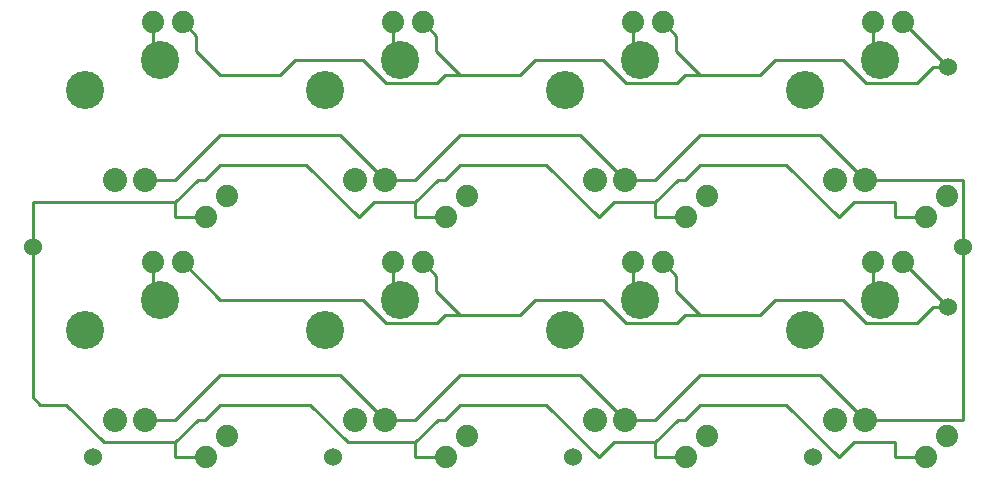
<source format=gbr>
G04 EAGLE Gerber RS-274X export*
G75*
%MOMM*%
%FSLAX34Y34*%
%LPD*%
%INTop Copper*%
%IPPOS*%
%AMOC8*
5,1,8,0,0,1.08239X$1,22.5*%
G01*
%ADD10C,2.032000*%
%ADD11C,3.225800*%
%ADD12C,1.879600*%
%ADD13C,0.254000*%
%ADD14C,1.524000*%


D10*
X82550Y44450D03*
X107950Y44450D03*
D11*
X57150Y120650D03*
X120650Y146050D03*
D12*
X159385Y12700D03*
X177346Y30661D03*
X114300Y177800D03*
X139700Y177800D03*
D10*
X285750Y44450D03*
X311150Y44450D03*
D11*
X260350Y120650D03*
X323850Y146050D03*
D12*
X362585Y12700D03*
X380546Y30661D03*
X317500Y177800D03*
X342900Y177800D03*
D10*
X488950Y44450D03*
X514350Y44450D03*
D11*
X463550Y120650D03*
X527050Y146050D03*
D12*
X565785Y12700D03*
X583746Y30661D03*
X520700Y177800D03*
X546100Y177800D03*
D10*
X692150Y44450D03*
X717550Y44450D03*
D11*
X666750Y120650D03*
X730250Y146050D03*
D12*
X768985Y12700D03*
X786946Y30661D03*
X723900Y177800D03*
X749300Y177800D03*
D10*
X82550Y247650D03*
X107950Y247650D03*
D11*
X57150Y323850D03*
X120650Y349250D03*
D12*
X159385Y215900D03*
X177346Y233861D03*
X114300Y381000D03*
X139700Y381000D03*
D10*
X285750Y247650D03*
X311150Y247650D03*
D11*
X260350Y323850D03*
X323850Y349250D03*
D12*
X362585Y215900D03*
X380546Y233861D03*
X317500Y381000D03*
X342900Y381000D03*
D10*
X488950Y247650D03*
X514350Y247650D03*
D11*
X463550Y323850D03*
X527050Y349250D03*
D12*
X565785Y215900D03*
X583746Y233861D03*
X520700Y381000D03*
X546100Y381000D03*
D10*
X692150Y247650D03*
X717550Y247650D03*
D11*
X666750Y323850D03*
X730250Y349250D03*
D12*
X768985Y215900D03*
X786946Y233861D03*
X723900Y381000D03*
X749300Y381000D03*
D13*
X133350Y44450D02*
X107950Y44450D01*
X133350Y44450D02*
X171450Y82550D01*
X273050Y82550D02*
X311150Y44450D01*
X336550Y44450D01*
X374650Y82550D01*
X273050Y82550D02*
X171450Y82550D01*
X476250Y82550D02*
X514350Y44450D01*
X539750Y44450D01*
X577850Y82550D01*
X679450Y82550D02*
X717550Y44450D01*
X717550Y247650D02*
X679450Y285750D01*
X514350Y247650D02*
X476250Y285750D01*
X514350Y247650D02*
X539750Y247650D01*
X577850Y285750D01*
X311150Y247650D02*
X273050Y285750D01*
X311150Y247650D02*
X336550Y247650D01*
X374650Y285750D01*
X133350Y247650D02*
X107950Y247650D01*
X133350Y247650D02*
X171450Y285750D01*
D14*
X800100Y190500D03*
D13*
X800100Y247650D01*
X717550Y247650D01*
X273050Y285750D02*
X171450Y285750D01*
X374650Y285750D02*
X476250Y285750D01*
X476250Y82550D02*
X374650Y82550D01*
X577850Y82550D02*
X679450Y82550D01*
X679450Y285750D02*
X577850Y285750D01*
X800100Y190500D02*
X800100Y44450D01*
X717550Y44450D01*
X41275Y57150D02*
X19050Y57150D01*
X41275Y57150D02*
X73025Y25400D01*
X133350Y25400D01*
X133350Y12700D01*
X133350Y25400D02*
X152400Y44450D01*
X158750Y44450D01*
X159385Y12700D02*
X133350Y12700D01*
X19050Y57150D02*
X12700Y63500D01*
X336550Y25400D02*
X336550Y12700D01*
X336550Y25400D02*
X355600Y44450D01*
X361950Y44450D01*
X362585Y12700D02*
X336550Y12700D01*
X279400Y25400D02*
X247650Y57150D01*
X279400Y25400D02*
X336550Y25400D01*
X171450Y57150D02*
X158750Y44450D01*
X171450Y57150D02*
X247650Y57150D01*
X447675Y57150D02*
X492125Y12700D01*
X504825Y25400D01*
X539750Y25400D01*
X539750Y12700D01*
X539750Y25400D02*
X558800Y44450D01*
X565150Y44450D01*
X577850Y57150D01*
X565785Y12700D02*
X539750Y12700D01*
X650875Y57150D02*
X695325Y12700D01*
X708025Y25400D01*
X742950Y25400D01*
X742950Y12700D01*
X768985Y12700D01*
X374650Y57150D02*
X361950Y44450D01*
X374650Y57150D02*
X447675Y57150D01*
X577850Y57150D02*
X650875Y57150D01*
D14*
X12700Y190500D03*
D13*
X133350Y215900D02*
X133350Y228600D01*
X152400Y247650D01*
X158750Y247650D01*
X159385Y215900D02*
X133350Y215900D01*
X244475Y260350D02*
X288925Y215900D01*
X301625Y228600D01*
X336550Y228600D01*
X336550Y215900D01*
X336550Y228600D02*
X355600Y247650D01*
X361950Y247650D01*
X374650Y260350D01*
X362585Y215900D02*
X336550Y215900D01*
X447675Y260350D02*
X492125Y215900D01*
X504825Y228600D01*
X539750Y228600D01*
X539750Y215900D01*
X539750Y228600D02*
X558800Y247650D01*
X565150Y247650D01*
X565785Y215900D02*
X539750Y215900D01*
X650875Y260350D02*
X695325Y215900D01*
X708025Y228600D01*
X742950Y228600D01*
X742950Y215900D01*
X768985Y215900D01*
X133350Y228600D02*
X12700Y228600D01*
X12700Y190500D01*
X12700Y63500D01*
X158750Y247650D02*
X171450Y260350D01*
X244475Y260350D01*
X374650Y260350D02*
X447675Y260350D01*
X565150Y247650D02*
X577850Y260350D01*
X650875Y260350D01*
X120650Y146050D02*
X114300Y152400D01*
X114300Y177800D01*
X139700Y177800D02*
X171450Y146050D01*
X292100Y146050D02*
X311785Y126365D01*
X354965Y126365D01*
X361950Y133350D01*
X374650Y133350D01*
X354330Y153670D02*
X354330Y166370D01*
X342900Y177800D01*
X354330Y153670D02*
X374650Y133350D01*
X292100Y146050D02*
X171450Y146050D01*
X425450Y133350D02*
X438150Y146050D01*
X495300Y146050D01*
X514985Y126365D01*
X558165Y126365D01*
X565150Y133350D01*
X577850Y133350D01*
X557530Y153670D02*
X557530Y166370D01*
X546100Y177800D01*
X557530Y153670D02*
X577850Y133350D01*
X628650Y133350D02*
X641350Y146050D01*
X698500Y146050D01*
X718185Y126365D01*
X761365Y126365D01*
X774700Y139700D01*
X787400Y139700D01*
X749300Y177800D01*
X425450Y133350D02*
X374650Y133350D01*
X577850Y133350D02*
X628650Y133350D01*
D14*
X787400Y139700D03*
X63500Y12700D03*
D13*
X317500Y152400D02*
X323850Y146050D01*
X317500Y152400D02*
X317500Y177800D01*
D14*
X266700Y12700D03*
D13*
X520700Y152400D02*
X527050Y146050D01*
X520700Y152400D02*
X520700Y177800D01*
D14*
X469900Y12700D03*
D13*
X723900Y152400D02*
X730250Y146050D01*
X723900Y152400D02*
X723900Y177800D01*
D14*
X673100Y12700D03*
D13*
X120650Y349250D02*
X114300Y355600D01*
X114300Y381000D01*
X151130Y369570D02*
X151130Y356870D01*
X151130Y369570D02*
X139700Y381000D01*
X151130Y356870D02*
X171450Y336550D01*
X222250Y336550D02*
X234950Y349250D01*
X292100Y349250D02*
X311785Y329565D01*
X354965Y329565D01*
X361950Y336550D01*
X374650Y336550D01*
X354330Y356870D02*
X354330Y369570D01*
X342900Y381000D01*
X354330Y356870D02*
X374650Y336550D01*
X438150Y349250D02*
X495300Y349250D01*
X514985Y329565D01*
X558165Y329565D01*
X565150Y336550D01*
X577850Y336550D01*
X557530Y356870D02*
X557530Y369570D01*
X546100Y381000D01*
X557530Y356870D02*
X577850Y336550D01*
X641350Y349250D02*
X698500Y349250D01*
X718185Y329565D01*
X761365Y329565D01*
X774700Y342900D01*
X787400Y342900D01*
X222250Y336550D02*
X171450Y336550D01*
X425450Y336550D02*
X438150Y349250D01*
X425450Y336550D02*
X374650Y336550D01*
X628650Y336550D02*
X641350Y349250D01*
X628650Y336550D02*
X577850Y336550D01*
X292100Y349250D02*
X234950Y349250D01*
D14*
X787400Y342900D03*
D13*
X749300Y381000D01*
X323850Y349250D02*
X317500Y355600D01*
X317500Y381000D01*
X520700Y355600D02*
X527050Y349250D01*
X520700Y355600D02*
X520700Y381000D01*
X723900Y355600D02*
X730250Y349250D01*
X723900Y355600D02*
X723900Y381000D01*
M02*

</source>
